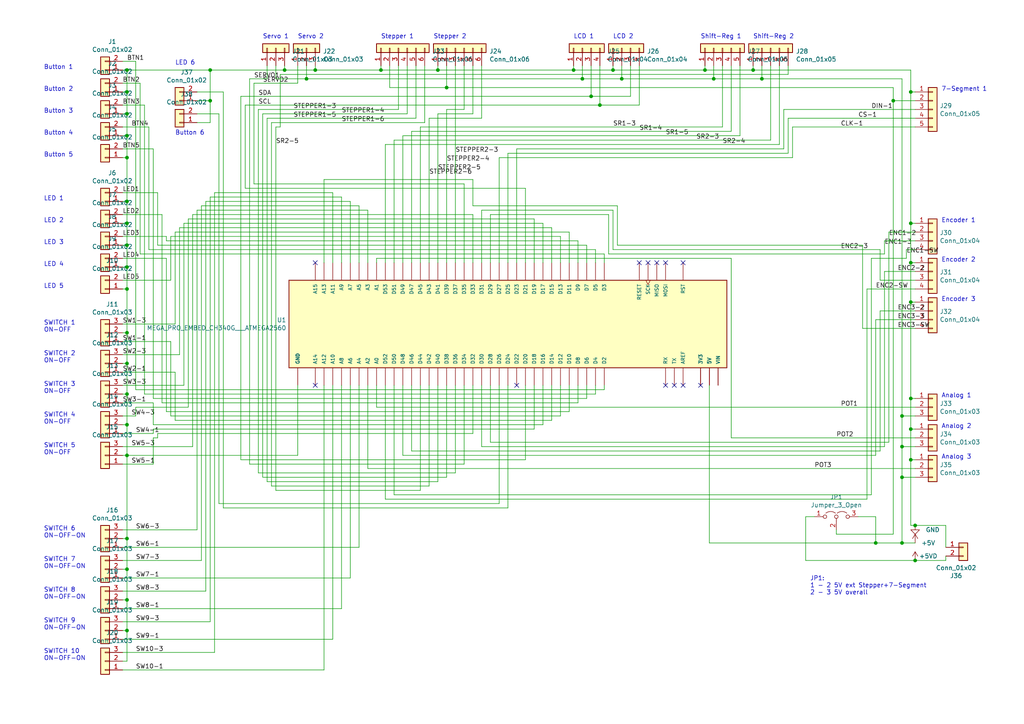
<source format=kicad_sch>
(kicad_sch (version 20211123) (generator eeschema)
  (paper "A4")
  (title_block (title "Cube-System MobiFlight") (date "06.05.2022") (rev "1.3") (comment 1 "S.H."))
  (lib_symbols
    (symbol "Connector_Generic:Conn_01x02" (pin_names (offset 1.016) hide)
      (property "Reference" "J" (at 0 2.54 0))
      (property "Value" "Conn_01x02" (at 0 -5.08 0))
      (symbol "Conn_01x02_1_1"
        (pin passive line (at -5.08 0 0) (length 3.81) (name "Pin_1") (number "1"))
        (pin passive line (at -5.08 -2.54 0) (length 3.81) (name "Pin_2") (number "2"))
      )
    )
    (symbol "Connector_Generic:Conn_01x03" (pin_names (offset 1.016) hide)
      (property "Reference" "J" (at 0 5.08 0))
      (property "Value" "Conn_01x03" (at 0 -5.08 0))
      (symbol "Conn_01x03_1_1"
        (pin passive line (at -5.08 2.54 0) (length 3.81) (name "Pin_1") (number "1"))
        (pin passive line (at -5.08 0 0) (length 3.81) (name "Pin_2") (number "2"))
        (pin passive line (at -5.08 -2.54 0) (length 3.81) (name "Pin_3") (number "3"))
      )
    )
    (symbol "Connector_Generic:Conn_01x04" (pin_names (offset 1.016) hide)
      (property "Reference" "J" (at 0 5.08 0))
      (property "Value" "Conn_01x04" (at 0 -7.62 0))
      (symbol "Conn_01x04_1_1"
        (pin passive line (at -5.08 2.54 0) (length 3.81) (name "Pin_1") (number "1"))
        (pin passive line (at -5.08 0 0) (length 3.81) (name "Pin_2") (number "2"))
        (pin passive line (at -5.08 -2.54 0) (length 3.81) (name "Pin_3") (number "3"))
        (pin passive line (at -5.08 -5.08 0) (length 3.81) (name "Pin_4") (number "4"))
      )
    )
    (symbol "Connector_Generic:Conn_01x05" (pin_names (offset 1.016) hide)
      (property "Reference" "J" (at 0 7.62 0))
      (property "Value" "Conn_01x05" (at 0 -7.62 0))
      (symbol "Conn_01x05_1_1"
        (pin passive line (at -5.08 5.08 0) (length 3.81) (name "Pin_1") (number "1"))
        (pin passive line (at -5.08 2.54 0) (length 3.81) (name "Pin_2") (number "2"))
        (pin passive line (at -5.08 0 0) (length 3.81) (name "Pin_3") (number "3"))
        (pin passive line (at -5.08 -2.54 0) (length 3.81) (name "Pin_4") (number "4"))
        (pin passive line (at -5.08 -5.08 0) (length 3.81) (name "Pin_5") (number "5"))
      )
    )
    (symbol "Connector_Generic:Conn_01x06" (pin_names (offset 1.016) hide)
      (property "Reference" "J" (at 0 7.62 0))
      (property "Value" "Conn_01x06" (at 0 -10.16 0))
      (symbol "Conn_01x06_1_1"
        (pin passive line (at -5.08 5.08 0) (length 3.81) (name "Pin_1") (number "1"))
        (pin passive line (at -5.08 2.54 0) (length 3.81) (name "Pin_2") (number "2"))
        (pin passive line (at -5.08 0 0) (length 3.81) (name "Pin_3") (number "3"))
        (pin passive line (at -5.08 -2.54 0) (length 3.81) (name "Pin_4") (number "4"))
        (pin passive line (at -5.08 -5.08 0) (length 3.81) (name "Pin_5") (number "5"))
        (pin passive line (at -5.08 -7.62 0) (length 3.81) (name "Pin_6") (number "6"))
      )
    )
    (symbol "Jumper:Jumper_3_Open" (pin_names (offset 0) hide)
      (property "Reference" "JP" (at -2.54 -2.54 0))
      (property "Value" "Jumper_3_Open" (at 0 2.794 0))
      (symbol "Jumper_3_Open_1_1"
        (pin passive line (at -6.35 0 0) (length 2.54) (name "A") (number "1"))
        (pin input line (at 0 -3.81 90) (length 2.54) (name "C") (number "2"))
        (pin passive line (at 6.35 0 180) (length 2.54) (name "B") (number "3"))
      )
    )
    (symbol "MEGA_PRO_EMBED_CH340G___ATMEGA2560:MEGA_PRO_EMBED_CH340G___ATMEGA2560" (pin_numbers hide) (pin_names (offset 1.016))
      (property "Reference" "U" (at -12.7 63.5 0))
      (property "Value" "MEGA_PRO_EMBED_CH340G___ATMEGA2560_MEGA_PRO_EMBED_CH340G___ATMEGA2560" (at -12.7 -66.04 0))
      (symbol "MEGA_PRO_EMBED_CH340G___ATMEGA2560_0_0"
        (pin power_in line (at 17.78 55.88 180) (length 5.08) (name "3V3") (number "3V3_1"))
        (pin power_in line (at 17.78 55.88 180) (length 5.08) (name "3V3") (number "3V3_2"))
        (pin power_in line (at 17.78 58.42 180) (length 5.08) (name "5V") (number "5V_1"))
        (pin power_in line (at 17.78 58.42 180) (length 5.08) (name "5V") (number "5V_2"))
        (pin power_in line (at 17.78 58.42 180) (length 5.08) (name "5V") (number "5V_3"))
        (pin bidirectional line (at 17.78 -38.1 180) (length 5.08) (name "A0") (number "A0"))
        (pin bidirectional line (at -17.78 -38.1 0) (length 5.08) (name "A1") (number "A1"))
        (pin bidirectional line (at 17.78 -50.8 180) (length 5.08) (name "A10") (number "A10"))
        (pin bidirectional line (at -17.78 -50.8 0) (length 5.08) (name "A11") (number "A11"))
        (pin bidirectional line (at 17.78 -53.34 180) (length 5.08) (name "A12") (number "A12"))
        (pin bidirectional line (at -17.78 -53.34 0) (length 5.08) (name "A13") (number "A13"))
        (pin bidirectional line (at 17.78 -55.88 180) (length 5.08) (name "A14") (number "A14"))
        (pin bidirectional line (at -17.78 -55.88 0) (length 5.08) (name "A15") (number "A15"))
        (pin bidirectional line (at 17.78 -40.64 180) (length 5.08) (name "A2") (number "A2"))
        (pin bidirectional line (at -17.78 -40.64 0) (length 5.08) (name "A3") (number "A3"))
        (pin bidirectional line (at 17.78 -43.18 180) (length 5.08) (name "A4") (number "A4"))
        (pin bidirectional line (at -17.78 -43.18 0) (length 5.08) (name "A5") (number "A5"))
        (pin bidirectional line (at 17.78 -45.72 180) (length 5.08) (name "A6") (number "A6"))
        (pin bidirectional line (at -17.78 -45.72 0) (length 5.08) (name "A7") (number "A7"))
        (pin bidirectional line (at 17.78 -48.26 180) (length 5.08) (name "A8") (number "A8"))
        (pin bidirectional line (at -17.78 -48.26 0) (length 5.08) (name "A9") (number "A9"))
        (pin bidirectional line (at 17.78 50.8 180) (length 5.08) (name "AREF") (number "AREF"))
        (pin bidirectional line (at 17.78 17.78 180) (length 5.08) (name "D10") (number "D10"))
        (pin bidirectional line (at -17.78 17.78 0) (length 5.08) (name "D11") (number "D11"))
        (pin bidirectional line (at 17.78 15.24 180) (length 5.08) (name "D12") (number "D12"))
        (pin bidirectional line (at -17.78 15.24 0) (length 5.08) (name "D13") (number "D13"))
        (pin bidirectional line (at 17.78 12.7 180) (length 5.08) (name "D14") (number "D14"))
        (pin bidirectional line (at -17.78 12.7 0) (length 5.08) (name "D15") (number "D15"))
        (pin bidirectional line (at 17.78 10.16 180) (length 5.08) (name "D16") (number "D16"))
        (pin bidirectional line (at -17.78 10.16 0) (length 5.08) (name "D17") (number "D17"))
        (pin bidirectional line (at 17.78 7.62 180) (length 5.08) (name "D18") (number "D18"))
        (pin bidirectional line (at -17.78 7.62 0) (length 5.08) (name "D19") (number "D19"))
        (pin bidirectional line (at 17.78 27.94 180) (length 5.08) (name "D2") (number "D2"))
        (pin bidirectional line (at 17.78 5.08 180) (length 5.08) (name "D20") (number "D20"))
        (pin bidirectional line (at -17.78 5.08 0) (length 5.08) (name "D21") (number "D21"))
        (pin bidirectional line (at 17.78 2.54 180) (length 5.08) (name "D22") (number "D22"))
        (pin bidirectional line (at -17.78 2.54 0) (length 5.08) (name "D23") (number "D23"))
        (pin bidirectional line (at 17.78 0 180) (length 5.08) (name "D24") (number "D24"))
        (pin bidirectional line (at -17.78 0 0) (length 5.08) (name "D25") (number "D25"))
        (pin bidirectional line (at 17.78 -2.54 180) (length 5.08) (name "D26") (number "D26"))
        (pin bidirectional line (at -17.78 -2.54 0) (length 5.08) (name "D27") (number "D27"))
        (pin bidirectional line (at 17.78 -5.08 180) (length 5.08) (name "D28") (number "D28"))
        (pin bidirectional line (at -17.78 -5.08 0) (length 5.08) (name "D29") (number "D29"))
        (pin bidirectional line (at -17.78 27.94 0) (length 5.08) (name "D3") (number "D3"))
        (pin bidirectional line (at 17.78 -7.62 180) (length 5.08) (name "D30") (number "D30"))
        (pin bidirectional line (at -17.78 -7.62 0) (length 5.08) (name "D31") (number "D31"))
        (pin bidirectional line (at 17.78 -10.16 180) (length 5.08) (name "D32") (number "D32"))
        (pin bidirectional line (at -17.78 -10.16 0) (length 5.08) (name "D33") (number "D33"))
        (pin bidirectional line (at 17.78 -12.7 180) (length 5.08) (name "D34") (number "D34"))
        (pin bidirectional line (at -17.78 -12.7 0) (length 5.08) (name "D35") (number "D35"))
        (pin bidirectional line (at 17.78 -15.24 180) (length 5.08) (name "D36") (number "D36"))
        (pin bidirectional line (at -17.78 -15.24 0) (length 5.08) (name "D37") (number "D37"))
        (pin bidirectional line (at 17.78 -17.78 180) (length 5.08) (name "D38") (number "D38"))
        (pin bidirectional line (at -17.78 -17.78 0) (length 5.08) (name "D39") (number "D39"))
        (pin bidirectional line (at 17.78 25.4 180) (length 5.08) (name "D4") (number "D4"))
        (pin bidirectional line (at 17.78 -20.32 180) (length 5.08) (name "D40") (number "D40"))
        (pin bidirectional line (at -17.78 -20.32 0) (length 5.08) (name "D41") (number "D41"))
        (pin bidirectional line (at 17.78 -22.86 180) (length 5.08) (name "D42") (number "D42"))
        (pin bidirectional line (at -17.78 -22.86 0) (length 5.08) (name "D43") (number "D43"))
        (pin bidirectional line (at 17.78 -25.4 180) (length 5.08) (name "D44") (number "D44"))
        (pin bidirectional line (at -17.78 -25.4 0) (length 5.08) (name "D45") (number "D45"))
        (pin bidirectional line (at 17.78 -27.94 180) (length 5.08) (name "D46") (number "D46"))
        (pin bidirectional line (at -17.78 -27.94 0) (length 5.08) (name "D47") (number "D47"))
        (pin bidirectional line (at 17.78 -30.48 180) (length 5.08) (name "D48") (number "D48"))
        (pin bidirectional line (at -17.78 -30.48 0) (length 5.08) (name "D49") (number "D49"))
        (pin bidirectional line (at -17.78 25.4 0) (length 5.08) (name "D5") (number "D5"))
        (pin bidirectional line (at 17.78 -33.02 180) (length 5.08) (name "D50") (number "D50"))
        (pin bidirectional line (at -17.78 -33.02 0) (length 5.08) (name "D51") (number "D51"))
        (pin bidirectional line (at 17.78 -35.56 180) (length 5.08) (name "D52") (number "D52"))
        (pin bidirectional line (at -17.78 -35.56 0) (length 5.08) (name "D53") (number "D53"))
        (pin bidirectional line (at 17.78 22.86 180) (length 5.08) (name "D6") (number "D6"))
        (pin bidirectional line (at -17.78 22.86 0) (length 5.08) (name "D7") (number "D7"))
        (pin bidirectional line (at 17.78 20.32 180) (length 5.08) (name "D8") (number "D8"))
        (pin bidirectional line (at -17.78 20.32 0) (length 5.08) (name "D9") (number "D9"))
        (pin power_in line (at 17.78 -60.96 180) (length 5.08) (name "GND") (number "GND_1"))
        (pin power_in line (at 17.78 -60.96 180) (length 5.08) (name "GND") (number "GND_2"))
        (pin power_in line (at 17.78 -60.96 180) (length 5.08) (name "GND") (number "GND_3"))
        (pin bidirectional line (at -17.78 43.18 0) (length 5.08) (name "MISO") (number "MISO"))
        (pin bidirectional line (at -17.78 45.72 0) (length 5.08) (name "MOSI") (number "MOSI"))
        (pin input line (at -17.78 38.1 0) (length 5.08) (name "RESET") (number "RESET"))
        (pin input line (at -17.78 50.8 0) (length 5.08) (name "RST") (number "RST"))
        (pin input line (at 17.78 45.72 180) (length 5.08) (name "RX") (number "RX"))
        (pin bidirectional clock (at -17.78 40.64 0) (length 5.08) (name "SCK") (number "SCK"))
        (pin output line (at 17.78 48.26 180) (length 5.08) (name "TX") (number "TX"))
        (pin output line (at 17.78 60.96 180) (length 5.08) (name "VIN") (number "VIN_1"))
        (pin output line (at 17.78 60.96 180) (length 5.08) (name "VIN") (number "VIN_2"))
      )
    )
    (symbol "power:+5V" (power) (pin_names (offset 0))
      (property "Value" "+5V" (at 0 3.556 0))
      (symbol "+5V_1_1"
        (pin power_in line (at 0 0 90) (length 0) hide (name "+5V") (number "1"))
      )
    )
    (symbol "power:+5VD" (power) (pin_names (offset 0))
      (property "Value" "+5VD" (at 0 3.556 0))
      (symbol "+5VD_1_1"
        (pin power_in line (at 0 0 90) (length 0) hide (name "+5VD") (number "1"))
      )
    )
    (symbol "power:GND" (power) (pin_names (offset 0))
      (property "Value" "GND" (at 0 -3.81 0))
      (symbol "GND_1_1"
        (pin power_in line (at 0 0 270) (length 0) hide (name "GND") (number "1"))
      )
    )
  )
  (junction (at 36.83 71.12))
  (junction (at 264.16 26.67))
  (junction (at 36.83 39.37))
  (junction (at 166.37 20.32))
  (junction (at 204.47 20.32))
  (junction (at 82.55 20.32))
  (junction (at 60.96 20.32))
  (junction (at 173.99 30.48))
  (junction (at 36.83 156.21))
  (junction (at 110.49 20.32))
  (junction (at 36.83 83.82))
  (junction (at 265.43 162.56))
  (junction (at 264.16 124.46))
  (junction (at 36.83 132.08))
  (junction (at 177.8 20.32))
  (junction (at 129.54 25.4))
  (junction (at 261.62 120.65))
  (junction (at 207.01 22.86))
  (junction (at 218.44 20.32))
  (junction (at 264.16 64.77))
  (junction (at 264.16 76.2))
  (junction (at 91.44 20.32))
  (junction (at 168.91 22.86))
  (junction (at 261.62 129.54))
  (junction (at 36.83 182.88))
  (junction (at 127 20.32))
  (junction (at 171.45 27.94))
  (junction (at 36.83 45.72))
  (junction (at 36.83 64.77))
  (junction (at 36.83 165.1))
  (junction (at 264.16 87.63))
  (junction (at 36.83 20.32))
  (junction (at 36.83 58.42))
  (junction (at 88.9 22.86))
  (junction (at 259.08 29.21))
  (junction (at 36.83 123.19))
  (junction (at 36.83 96.52))
  (junction (at 60.96 29.21))
  (junction (at 36.83 33.02))
  (junction (at 220.98 22.86))
  (junction (at 36.83 26.67))
  (junction (at 261.62 138.43))
  (junction (at 36.83 105.41))
  (junction (at 36.83 77.47))
  (junction (at 36.83 114.3))
  (junction (at 36.83 173.99))
  (junction (at 180.34 22.86))
  (junction (at 264.16 115.57))
  (junction (at 261.62 157.48))
  (junction (at 265.43 152.4))
  (junction (at 254 157.48))
  (junction (at 264.16 133.35))
  (no_connect (at 198.12 76.2))
  (no_connect (at 203.2 111.76))
  (no_connect (at 193.04 111.76))
  (no_connect (at 190.5 76.2))
  (no_connect (at 187.96 76.2))
  (no_connect (at 195.58 111.76))
  (no_connect (at 91.44 76.2))
  (no_connect (at 198.12 111.76))
  (no_connect (at 149.86 111.76))
  (no_connect (at 91.44 111.76))
  (no_connect (at 185.42 76.2))
  (no_connect (at 193.04 76.2))
  (wire (pts (xy 256.54 69.85) (xy 256.54 73.66)))
  (wire (pts (xy 165.1 119.38) (xy 165.1 111.76)))
  (wire (pts (xy 41.91 30.48) (xy 41.91 114.3)))
  (wire (pts (xy 48.26 119.38) (xy 165.1 119.38)))
  (wire (pts (xy 106.68 60.96) (xy 106.68 76.2)))
  (wire (pts (xy 257.81 128.27) (xy 142.24 128.27)))
  (wire (pts (xy 48.26 68.58) (xy 48.26 69.85)))
  (wire (pts (xy 36.83 77.47) (xy 36.83 83.82)))
  (wire (pts (xy 171.45 19.05) (xy 171.45 27.94)))
  (wire (pts (xy 207.01 22.86) (xy 207.01 19.05)))
  (wire (pts (xy 55.88 129.54) (xy 35.56 129.54)))
  (wire (pts (xy 60.96 35.56) (xy 57.15 35.56)))
  (wire (pts (xy 116.84 39.37) (xy 116.84 76.2)))
  (wire (pts (xy 162.56 68.58) (xy 162.56 76.2)))
  (wire (pts (xy 264.16 133.35) (xy 264.16 152.4)))
  (wire (pts (xy 36.83 123.19) (xy 36.83 132.08)))
  (wire (pts (xy 255.27 90.17) (xy 255.27 130.81)))
  (wire (pts (xy 71.12 30.48) (xy 173.99 30.48)))
  (wire (pts (xy 35.56 123.19) (xy 36.83 123.19)))
  (wire (pts (xy 264.16 20.32) (xy 264.16 26.67)))
  (wire (pts (xy 265.43 78.74) (xy 256.54 78.74)))
  (wire (pts (xy 120.65 19.05) (xy 120.65 34.29)))
  (wire (pts (xy 36.83 26.67) (xy 35.56 26.67)))
  (wire (pts (xy 265.43 124.46) (xy 264.16 124.46)))
  (wire (pts (xy 205.74 157.48) (xy 254 157.48)))
  (wire (pts (xy 55.88 62.23) (xy 137.16 62.23)))
  (wire (pts (xy 160.02 121.92) (xy 160.02 111.76)))
  (wire (pts (xy 255.27 130.81) (xy 119.38 130.81)))
  (wire (pts (xy 255.27 72.39) (xy 177.8 72.39)))
  (wire (pts (xy 167.64 116.84) (xy 46.99 116.84)))
  (wire (pts (xy 40.64 73.66) (xy 40.64 24.13)))
  (wire (pts (xy 44.45 124.46) (xy 154.94 124.46)))
  (wire (pts (xy 144.78 146.05) (xy 144.78 111.76)))
  (wire (pts (xy 36.83 83.82) (xy 36.83 96.52)))
  (wire (pts (xy 152.4 54.61) (xy 71.12 54.61)))
  (wire (pts (xy 185.42 30.48) (xy 185.42 19.05)))
  (wire (pts (xy 59.69 171.45) (xy 59.69 58.42)))
  (wire (pts (xy 229.87 36.83) (xy 229.87 45.72)))
  (wire (pts (xy 250.19 71.12) (xy 179.07 71.12)))
  (wire (pts (xy 45.72 127) (xy 45.72 125.73)))
  (wire (pts (xy 264.16 115.57) (xy 264.16 124.46)))
  (wire (pts (xy 142.24 128.27) (xy 142.24 111.76)))
  (wire (pts (xy 86.36 132.08) (xy 36.83 132.08)))
  (wire (pts (xy 265.43 129.54) (xy 261.62 129.54)))
  (wire (pts (xy 139.7 19.05) (xy 139.7 34.29)))
  (wire (pts (xy 175.26 73.66) (xy 40.64 73.66)))
  (wire (pts (xy 69.85 27.94) (xy 171.45 27.94)))
  (wire (pts (xy 35.56 180.34) (xy 60.96 180.34)))
  (wire (pts (xy 36.83 182.88) (xy 36.83 191.77)))
  (wire (pts (xy 274.32 162.56) (xy 265.43 162.56)))
  (wire (pts (xy 264.16 76.2) (xy 265.43 76.2)))
  (wire (pts (xy 48.26 74.93) (xy 48.26 119.38)))
  (wire (pts (xy 35.56 158.75) (xy 104.14 158.75)))
  (wire (pts (xy 35.56 134.62) (xy 44.45 134.62)))
  (wire (pts (xy 88.9 22.86) (xy 80.01 22.86)))
  (wire (pts (xy 82.55 20.32) (xy 82.55 19.05)))
  (wire (pts (xy 109.22 118.11) (xy 109.22 111.76)))
  (wire (pts (xy 142.24 62.23) (xy 142.24 76.2)))
  (wire (pts (xy 36.83 165.1) (xy 35.56 165.1)))
  (wire (pts (xy 168.91 22.86) (xy 168.91 19.05)))
  (wire (pts (xy 265.43 67.31) (xy 257.81 67.31)))
  (wire (pts (xy 45.72 71.12) (xy 170.18 71.12)))
  (wire (pts (xy 35.56 114.3) (xy 36.83 114.3)))
  (wire (pts (xy 119.38 38.1) (xy 212.09 38.1)))
  (wire (pts (xy 254 132.08) (xy 116.84 132.08)))
  (wire (pts (xy 218.44 20.32) (xy 218.44 19.05)))
  (wire (pts (xy 121.92 142.24) (xy 121.92 111.76)))
  (wire (pts (xy 81.28 21.59) (xy 228.6 21.59)))
  (wire (pts (xy 96.52 185.42) (xy 96.52 111.76)))
  (wire (pts (xy 60.96 20.32) (xy 60.96 29.21)))
  (wire (pts (xy 78.74 140.97) (xy 124.46 140.97)))
  (wire (pts (xy 36.83 96.52) (xy 36.83 105.41)))
  (wire (pts (xy 111.76 41.91) (xy 111.76 76.2)))
  (wire (pts (xy 72.39 134.62) (xy 134.62 134.62)))
  (wire (pts (xy 129.54 19.05) (xy 129.54 25.4)))
  (wire (pts (xy 36.83 39.37) (xy 35.56 39.37)))
  (wire (pts (xy 177.8 60.96) (xy 139.7 60.96)))
  (wire (pts (xy 214.63 39.37) (xy 116.84 39.37)))
  (wire (pts (xy 172.72 114.3) (xy 172.72 111.76)))
  (wire (pts (xy 40.64 24.13) (xy 35.56 24.13)))
  (wire (pts (xy 106.68 135.89) (xy 106.68 111.76)))
  (wire (pts (xy 229.87 36.83) (xy 265.43 36.83)))
  (wire (pts (xy 62.23 189.23) (xy 62.23 55.88)))
  (wire (pts (xy 134.62 134.62) (xy 134.62 111.76)))
  (wire (pts (xy 265.43 81.28) (xy 255.27 81.28)))
  (wire (pts (xy 78.74 35.56) (xy 78.74 140.97)))
  (wire (pts (xy 44.45 116.84) (xy 44.45 123.19)))
  (wire (pts (xy 80.01 36.83) (xy 80.01 142.24)))
  (wire (pts (xy 36.83 156.21) (xy 35.56 156.21)))
  (wire (pts (xy 35.56 68.58) (xy 48.26 68.58)))
  (wire (pts (xy 76.2 138.43) (xy 129.54 138.43)))
  (wire (pts (xy 64.77 26.67) (xy 64.77 147.32)))
  (wire (pts (xy 81.28 36.83) (xy 80.01 36.83)))
  (wire (pts (xy 137.16 111.76) (xy 137.16 125.73)))
  (wire (pts (xy 82.55 20.32) (xy 60.96 20.32)))
  (wire (pts (xy 44.45 134.62) (xy 44.45 127)))
  (wire (pts (xy 35.56 77.47) (xy 36.83 77.47)))
  (wire (pts (xy 50.8 93.98) (xy 35.56 93.98)))
  (wire (pts (xy 50.8 107.95) (xy 50.8 121.92)))
  (wire (pts (xy 63.5 33.02) (xy 63.5 146.05)))
  (wire (pts (xy 60.96 29.21) (xy 60.96 35.56)))
  (wire (pts (xy 49.53 81.28) (xy 35.56 81.28)))
  (wire (pts (xy 121.92 36.83) (xy 121.92 76.2)))
  (wire (pts (xy 115.57 19.05) (xy 115.57 31.75)))
  (wire (pts (xy 50.8 67.31) (xy 50.8 93.98)))
  (wire (pts (xy 35.56 125.73) (xy 44.45 125.73)))
  (wire (pts (xy 35.56 171.45) (xy 59.69 171.45)))
  (wire (pts (xy 220.98 22.86) (xy 207.01 22.86)))
  (wire (pts (xy 72.39 22.86) (xy 72.39 134.62)))
  (wire (pts (xy 175.26 76.2) (xy 175.26 73.66)))
  (wire (pts (xy 227.33 43.18) (xy 149.86 43.18)))
  (wire (pts (xy 228.6 44.45) (xy 147.32 44.45)))
  (wire (pts (xy 242.57 154.94) (xy 259.08 154.94)))
  (wire (pts (xy 265.43 118.11) (xy 109.22 118.11)))
  (wire (pts (xy 152.4 76.2) (xy 152.4 54.61)))
  (wire (pts (xy 218.44 20.32) (xy 264.16 20.32)))
  (wire (pts (xy 114.3 40.64) (xy 114.3 76.2)))
  (wire (pts (xy 35.56 64.77) (xy 36.83 64.77)))
  (wire (pts (xy 264.16 64.77) (xy 265.43 64.77)))
  (wire (pts (xy 58.42 59.69) (xy 104.14 59.69)))
  (wire (pts (xy 264.16 152.4) (xy 265.43 152.4)))
  (wire (pts (xy 111.76 144.78) (xy 111.76 111.76)))
  (wire (pts (xy 226.06 41.91) (xy 111.76 41.91)))
  (wire (pts (xy 36.83 33.02) (xy 36.83 39.37)))
  (wire (pts (xy 139.7 34.29) (xy 124.46 34.29)))
  (wire (pts (xy 36.83 156.21) (xy 36.83 165.1)))
  (wire (pts (xy 256.54 73.66) (xy 176.53 73.66)))
  (wire (pts (xy 73.66 24.13) (xy 86.36 24.13)))
  (wire (pts (xy 173.99 30.48) (xy 185.42 30.48)))
  (wire (pts (xy 127 20.32) (xy 166.37 20.32)))
  (wire (pts (xy 104.14 59.69) (xy 104.14 76.2)))
  (wire (pts (xy 35.56 99.06) (xy 49.53 99.06)))
  (wire (pts (xy 43.18 72.39) (xy 43.18 36.83)))
  (wire (pts (xy 265.43 92.71) (xy 254 92.71)))
  (wire (pts (xy 252.73 74.93) (xy 252.73 143.51)))
  (wire (pts (xy 228.6 34.29) (xy 265.43 34.29)))
  (wire (pts (xy 250.19 95.25) (xy 250.19 71.12)))
  (wire (pts (xy 220.98 22.86) (xy 261.62 22.86)))
  (wire (pts (xy 255.27 81.28) (xy 255.27 72.39)))
  (wire (pts (xy 204.47 20.32) (xy 204.47 19.05)))
  (wire (pts (xy 256.54 78.74) (xy 256.54 129.54)))
  (wire (pts (xy 96.52 55.88) (xy 96.52 76.2)))
  (wire (pts (xy 36.83 33.02) (xy 35.56 33.02)))
  (wire (pts (xy 265.43 83.82) (xy 251.46 83.82)))
  (wire (pts (xy 35.56 43.18) (xy 44.45 43.18)))
  (wire (pts (xy 220.98 22.86) (xy 220.98 19.05)))
  (wire (pts (xy 137.16 59.69) (xy 137.16 52.07)))
  (wire (pts (xy 265.43 120.65) (xy 261.62 120.65)))
  (wire (pts (xy 154.94 76.2) (xy 154.94 63.5)))
  (wire (pts (xy 180.34 19.05) (xy 180.34 22.86)))
  (wire (pts (xy 177.8 20.32) (xy 204.47 20.32)))
  (wire (pts (xy 212.09 74.93) (xy 109.22 74.93)))
  (wire (pts (xy 36.83 165.1) (xy 36.83 173.99)))
  (wire (pts (xy 209.55 36.83) (xy 121.92 36.83)))
  (wire (pts (xy 41.91 114.3) (xy 172.72 114.3)))
  (wire (pts (xy 127 19.05) (xy 127 20.32)))
  (wire (pts (xy 118.11 19.05) (xy 118.11 33.02)))
  (wire (pts (xy 264.16 26.67) (xy 264.16 64.77)))
  (wire (pts (xy 167.64 111.76) (xy 167.64 116.84)))
  (wire (pts (xy 91.44 20.32) (xy 91.44 19.05)))
  (wire (pts (xy 57.15 60.96) (xy 106.68 60.96)))
  (wire (pts (xy 212.09 19.05) (xy 212.09 38.1)))
  (wire (pts (xy 205.74 111.76) (xy 205.74 157.48)))
  (wire (pts (xy 274.32 161.29) (xy 274.32 162.56)))
  (wire (pts (xy 176.53 73.66) (xy 176.53 62.23)))
  (wire (pts (xy 46.99 116.84) (xy 46.99 62.23)))
  (wire (pts (xy 152.4 133.35) (xy 69.85 133.35)))
  (wire (pts (xy 265.43 138.43) (xy 261.62 138.43)))
  (wire (pts (xy 60.96 180.34) (xy 60.96 57.15)))
  (wire (pts (xy 35.56 162.56) (xy 58.42 162.56)))
  (wire (pts (xy 228.6 34.29) (xy 228.6 44.45)))
  (wire (pts (xy 36.83 71.12) (xy 36.83 77.47)))
  (wire (pts (xy 265.43 115.57) (xy 264.16 115.57)))
  (wire (pts (xy 254 149.86) (xy 254 157.48)))
  (wire (pts (xy 254 157.48) (xy 261.62 157.48)))
  (wire (pts (xy 63.5 146.05) (xy 144.78 146.05)))
  (wire (pts (xy 251.46 83.82) (xy 251.46 144.78)))
  (wire (pts (xy 119.38 130.81) (xy 119.38 111.76)))
  (wire (pts (xy 101.6 167.64) (xy 101.6 111.76)))
  (wire (pts (xy 233.68 149.86) (xy 236.22 149.86)))
  (wire (pts (xy 36.83 173.99) (xy 35.56 173.99)))
  (wire (pts (xy 101.6 58.42) (xy 101.6 76.2)))
  (wire (pts (xy 36.83 20.32) (xy 36.83 26.67)))
  (wire (pts (xy 35.56 153.67) (xy 57.15 153.67)))
  (wire (pts (xy 167.64 76.2) (xy 167.64 69.85)))
  (wire (pts (xy 36.83 45.72) (xy 36.83 58.42)))
  (wire (pts (xy 166.37 20.32) (xy 177.8 20.32)))
  (wire (pts (xy 115.57 31.75) (xy 74.93 31.75)))
  (wire (pts (xy 179.07 59.69) (xy 137.16 59.69)))
  (wire (pts (xy 111.76 144.78) (xy 251.46 144.78)))
  (wire (pts (xy 137.16 33.02) (xy 127 33.02)))
  (wire (pts (xy 176.53 62.23) (xy 142.24 62.23)))
  (wire (pts (xy 35.56 83.82) (xy 36.83 83.82)))
  (wire (pts (xy 264.16 124.46) (xy 264.16 133.35)))
  (wire (pts (xy 99.06 176.53) (xy 99.06 111.76)))
  (wire (pts (xy 127 111.76) (xy 127 139.7)))
  (wire (pts (xy 74.93 31.75) (xy 74.93 137.16)))
  (wire (pts (xy 242.57 153.67) (xy 242.57 154.94)))
  (wire (pts (xy 175.26 113.03) (xy 175.26 111.76)))
  (wire (pts (xy 46.99 62.23) (xy 35.56 62.23)))
  (wire (pts (xy 157.48 64.77) (xy 53.34 64.77)))
  (wire (pts (xy 39.37 113.03) (xy 175.26 113.03)))
  (wire (pts (xy 44.45 123.19) (xy 157.48 123.19)))
  (wire (pts (xy 162.56 120.65) (xy 162.56 111.76)))
  (wire (pts (xy 36.83 173.99) (xy 36.83 182.88)))
  (wire (pts (xy 227.33 31.75) (xy 227.33 43.18)))
  (wire (pts (xy 77.47 22.86) (xy 72.39 22.86)))
  (wire (pts (xy 62.23 55.88) (xy 96.52 55.88)))
  (wire (pts (xy 74.93 137.16) (xy 132.08 137.16)))
  (wire (pts (xy 35.56 71.12) (xy 36.83 71.12)))
  (wire (pts (xy 124.46 111.76) (xy 124.46 140.97)))
  (wire (pts (xy 257.81 67.31) (xy 257.81 128.27)))
  (wire (pts (xy 99.06 57.15) (xy 99.06 76.2)))
  (wire (pts (xy 80.01 142.24) (xy 121.92 142.24)))
  (wire (pts (xy 182.88 27.94) (xy 182.88 19.05)))
  (wire (pts (xy 154.94 63.5) (xy 54.61 63.5)))
  (wire (pts (xy 77.47 19.05) (xy 77.47 22.86)))
  (wire (pts (xy 52.07 102.87) (xy 35.56 102.87)))
  (wire (pts (xy 69.85 133.35) (xy 69.85 27.94)))
  (wire (pts (xy 160.02 76.2) (xy 160.02 66.04)))
  (wire (pts (xy 261.62 22.86) (xy 261.62 120.65)))
  (wire (pts (xy 124.46 34.29) (xy 124.46 76.2)))
  (wire (pts (xy 132.08 19.05) (xy 132.08 76.2)))
  (wire (pts (xy 53.34 111.76) (xy 35.56 111.76)))
  (wire (pts (xy 36.83 39.37) (xy 36.83 45.72)))
  (wire (pts (xy 212.09 127) (xy 265.43 127)))
  (wire (pts (xy 45.72 55.88) (xy 45.72 71.12)))
  (wire (pts (xy 50.8 67.31) (xy 165.1 67.31)))
  (wire (pts (xy 60.96 20.32) (xy 36.83 20.32)))
  (wire (pts (xy 134.62 76.2) (xy 134.62 53.34)))
  (wire (pts (xy 265.43 95.25) (xy 250.19 95.25)))
  (wire (pts (xy 262.89 72.39) (xy 262.89 74.93)))
  (wire (pts (xy 35.56 116.84) (xy 44.45 116.84)))
  (wire (pts (xy 80.01 22.86) (xy 80.01 19.05)))
  (wire (pts (xy 264.16 76.2) (xy 264.16 87.63)))
  (wire (pts (xy 177.8 20.32) (xy 177.8 19.05)))
  (wire (pts (xy 173.99 19.05) (xy 173.99 30.48)))
  (wire (pts (xy 59.69 58.42) (xy 101.6 58.42)))
  (wire (pts (xy 36.83 64.77) (xy 36.83 71.12)))
  (wire (pts (xy 144.78 45.72) (xy 229.87 45.72)))
  (wire (pts (xy 36.83 132.08) (xy 36.83 156.21)))
  (wire (pts (xy 265.43 90.17) (xy 255.27 90.17)))
  (wire (pts (xy 35.56 20.32) (xy 36.83 20.32)))
  (wire (pts (xy 129.54 138.43) (xy 129.54 111.76)))
  (wire (pts (xy 179.07 71.12) (xy 179.07 59.69)))
  (wire (pts (xy 36.83 182.88) (xy 35.56 182.88)))
  (wire (pts (xy 49.53 120.65) (xy 162.56 120.65)))
  (wire (pts (xy 60.96 57.15) (xy 99.06 57.15)))
  (wire (pts (xy 39.37 120.65) (xy 35.56 120.65)))
  (wire (pts (xy 265.43 69.85) (xy 256.54 69.85)))
  (wire (pts (xy 170.18 115.57) (xy 170.18 111.76)))
  (wire (pts (xy 160.02 66.04) (xy 52.07 66.04)))
  (wire (pts (xy 55.88 62.23) (xy 55.88 129.54)))
  (wire (pts (xy 35.56 107.95) (xy 50.8 107.95)))
  (wire (pts (xy 93.98 194.31) (xy 93.98 111.76)))
  (wire (pts (xy 261.62 129.54) (xy 261.62 138.43)))
  (wire (pts (xy 118.11 33.02) (xy 76.2 33.02)))
  (wire (pts (xy 49.53 68.58) (xy 49.53 81.28)))
  (wire (pts (xy 114.3 143.51) (xy 114.3 111.76)))
  (wire (pts (xy 168.91 22.86) (xy 180.34 22.86)))
  (wire (pts (xy 44.45 115.57) (xy 170.18 115.57)))
  (wire (pts (xy 88.9 22.86) (xy 88.9 19.05)))
  (wire (pts (xy 252.73 143.51) (xy 114.3 143.51)))
  (wire (pts (xy 265.43 26.67) (xy 264.16 26.67)))
  (wire (pts (xy 139.7 60.96) (xy 139.7 76.2)))
  (wire (pts (xy 35.56 185.42) (xy 96.52 185.42)))
  (wire (pts (xy 129.54 25.4) (xy 113.03 25.4)))
  (wire (pts (xy 265.43 152.4) (xy 274.32 152.4)))
  (wire (pts (xy 35.56 74.93) (xy 48.26 74.93)))
  (wire (pts (xy 35.56 176.53) (xy 99.06 176.53)))
  (wire (pts (xy 223.52 40.64) (xy 114.3 40.64)))
  (wire (pts (xy 35.56 96.52) (xy 36.83 96.52)))
  (wire (pts (xy 147.32 147.32) (xy 147.32 111.76)))
  (wire (pts (xy 265.43 29.21) (xy 259.08 29.21)))
  (wire (pts (xy 120.65 34.29) (xy 77.47 34.29)))
  (wire (pts (xy 204.47 20.32) (xy 218.44 20.32)))
  (wire (pts (xy 172.72 76.2) (xy 172.72 72.39)))
  (wire (pts (xy 91.44 20.32) (xy 110.49 20.32)))
  (wire (pts (xy 82.55 20.32) (xy 91.44 20.32)))
  (wire (pts (xy 228.6 19.05) (xy 228.6 21.59)))
  (wire (pts (xy 39.37 118.11) (xy 39.37 120.65)))
  (wire (pts (xy 149.86 43.18) (xy 149.86 76.2)))
  (wire (pts (xy 209.55 19.05) (xy 209.55 36.83)))
  (wire (pts (xy 44.45 127) (xy 45.72 127)))
  (wire (pts (xy 36.83 26.67) (xy 36.83 33.02)))
  (wire (pts (xy 254 92.71) (xy 254 132.08)))
  (wire (pts (xy 265.43 31.75) (xy 227.33 31.75)))
  (wire (pts (xy 86.36 24.13) (xy 86.36 19.05)))
  (wire (pts (xy 39.37 17.78) (xy 39.37 113.03)))
  (wire (pts (xy 52.07 66.04) (xy 52.07 102.87)))
  (wire (pts (xy 223.52 19.05) (xy 223.52 40.64)))
  (wire (pts (xy 214.63 19.05) (xy 214.63 39.37)))
  (wire (pts (xy 264.16 64.77) (xy 264.16 76.2)))
  (wire (pts (xy 129.54 31.75) (xy 129.54 76.2)))
  (wire (pts (xy 57.15 33.02) (xy 63.5 33.02)))
  (wire (pts (xy 50.8 121.92) (xy 160.02 121.92)))
  (wire (pts (xy 76.2 33.02) (xy 76.2 138.43)))
  (wire (pts (xy 262.89 74.93) (xy 252.73 74.93)))
  (wire (pts (xy 233.68 162.56) (xy 233.68 149.86)))
  (wire (pts (xy 54.61 63.5) (xy 54.61 118.11)))
  (wire (pts (xy 35.56 189.23) (xy 62.23 189.23)))
  (wire (pts (xy 110.49 19.05) (xy 110.49 20.32)))
  (wire (pts (xy 139.7 129.54) (xy 139.7 111.76)))
  (wire (pts (xy 36.83 114.3) (xy 36.83 123.19)))
  (wire (pts (xy 93.98 52.07) (xy 93.98 76.2)))
  (wire (pts (xy 154.94 124.46) (xy 154.94 111.76)))
  (wire (pts (xy 248.92 149.86) (xy 254 149.86)))
  (wire (pts (xy 35.56 194.31) (xy 93.98 194.31)))
  (wire (pts (xy 265.43 135.89) (xy 106.68 135.89)))
  (wire (pts (xy 265.43 157.48) (xy 261.62 157.48)))
  (wire (pts (xy 123.19 19.05) (xy 123.19 35.56)))
  (wire (pts (xy 137.16 62.23) (xy 137.16 76.2)))
  (wire (pts (xy 134.62 19.05) (xy 134.62 31.75)))
  (wire (pts (xy 57.15 26.67) (xy 64.77 26.67)))
  (wire (pts (xy 35.56 105.41) (xy 36.83 105.41)))
  (wire (pts (xy 86.36 111.76) (xy 86.36 132.08)))
  (wire (pts (xy 35.56 17.78) (xy 39.37 17.78)))
  (wire (pts (xy 129.54 25.4) (xy 259.08 25.4)))
  (wire (pts (xy 44.45 43.18) (xy 44.45 115.57)))
  (wire (pts (xy 36.83 191.77) (xy 35.56 191.77)))
  (wire (pts (xy 265.43 72.39) (xy 262.89 72.39)))
  (wire (pts (xy 134.62 53.34) (xy 73.66 53.34)))
  (wire (pts (xy 171.45 27.94) (xy 182.88 27.94)))
  (wire (pts (xy 256.54 129.54) (xy 139.7 129.54)))
  (wire (pts (xy 57.15 29.21) (xy 60.96 29.21)))
  (wire (pts (xy 132.08 137.16) (xy 132.08 111.76)))
  (wire (pts (xy 36.83 58.42) (xy 36.83 64.77)))
  (wire (pts (xy 137.16 125.73) (xy 45.72 125.73)))
  (wire (pts (xy 259.08 29.21) (xy 259.08 154.94)))
  (wire (pts (xy 233.68 162.56) (xy 265.43 162.56)))
  (wire (pts (xy 264.16 87.63) (xy 265.43 87.63)))
  (wire (pts (xy 36.83 45.72) (xy 35.56 45.72)))
  (wire (pts (xy 147.32 44.45) (xy 147.32 76.2)))
  (wire (pts (xy 264.16 87.63) (xy 264.16 115.57)))
  (wire (pts (xy 152.4 111.76) (xy 152.4 133.35)))
  (wire (pts (xy 259.08 25.4) (xy 259.08 29.21)))
  (wire (pts (xy 261.62 120.65) (xy 261.62 129.54)))
  (wire (pts (xy 226.06 19.05) (xy 226.06 41.91)))
  (wire (pts (xy 168.91 22.86) (xy 88.9 22.86)))
  (wire (pts (xy 43.18 36.83) (xy 35.56 36.83)))
  (wire (pts (xy 127 33.02) (xy 127 76.2)))
  (wire (pts (xy 49.53 68.58) (xy 162.56 68.58)))
  (wire (pts (xy 36.83 58.42) (xy 35.56 58.42)))
  (wire (pts (xy 49.53 99.06) (xy 49.53 120.65)))
  (wire (pts (xy 73.66 24.13) (xy 73.66 53.34)))
  (wire (pts (xy 35.56 55.88) (xy 45.72 55.88)))
  (wire (pts (xy 44.45 125.73) (xy 44.45 124.46)))
  (wire (pts (xy 77.47 34.29) (xy 77.47 139.7)))
  (wire (pts (xy 64.77 147.32) (xy 147.32 147.32)))
  (wire (pts (xy 123.19 35.56) (xy 78.74 35.56)))
  (wire (pts (xy 110.49 20.32) (xy 127 20.32)))
  (wire (pts (xy 119.38 38.1) (xy 119.38 76.2)))
  (wire (pts (xy 36.83 105.41) (xy 36.83 114.3)))
  (wire (pts (xy 166.37 20.32) (xy 166.37 19.05)))
  (wire (pts (xy 58.42 162.56) (xy 58.42 59.69)))
  (wire (pts (xy 57.15 153.67) (xy 57.15 60.96)))
  (wire (pts (xy 265.43 133.35) (xy 264.16 133.35)))
  (wire (pts (xy 116.84 132.08) (xy 116.84 111.76)))
  (wire (pts (xy 157.48 123.19) (xy 157.48 111.76)))
  (wire (pts (xy 35.56 167.64) (xy 101.6 167.64)))
  (wire (pts (xy 167.64 69.85) (xy 48.26 69.85)))
  (wire (pts (xy 165.1 67.31) (xy 165.1 76.2)))
  (wire (pts (xy 177.8 72.39) (xy 177.8 60.96)))
  (wire (pts (xy 81.28 21.59) (xy 81.28 36.83)))
  (wire (pts (xy 109.22 74.93) (xy 109.22 76.2)))
  (wire (pts (xy 274.32 152.4) (xy 274.32 158.75)))
  (wire (pts (xy 77.47 139.7) (xy 127 139.7)))
  (wire (pts (xy 261.62 138.43) (xy 261.62 157.48)))
  (wire (pts (xy 212.09 127) (xy 212.09 74.93)))
  (wire (pts (xy 104.14 158.75) (xy 104.14 111.76)))
  (wire (pts (xy 71.12 54.61) (xy 71.12 30.48)))
  (wire (pts (xy 113.03 25.4) (xy 113.03 19.05)))
  (wire (pts (xy 180.34 22.86) (xy 207.01 22.86)))
  (wire (pts (xy 134.62 31.75) (xy 129.54 31.75)))
  (wire (pts (xy 144.78 45.72) (xy 144.78 76.2)))
  (wire (pts (xy 172.72 72.39) (xy 43.18 72.39)))
  (wire (pts (xy 53.34 64.77) (xy 53.34 111.76)))
  (wire (pts (xy 137.16 19.05) (xy 137.16 33.02)))
  (wire (pts (xy 54.61 118.11) (xy 39.37 118.11)))
  (wire (pts (xy 35.56 30.48) (xy 41.91 30.48)))
  (wire (pts (xy 170.18 71.12) (xy 170.18 76.2)))
  (wire (pts (xy 137.16 52.07) (xy 93.98 52.07)))
  (wire (pts (xy 157.48 76.2) (xy 157.48 64.77)))
  (wire (pts (xy 35.56 132.08) (xy 36.83 132.08)))
  (text "SWITCH 6\nON-OFF-ON" (at 12.7 156.21 0) (effects (font (size 1.27 1.27)) (justify left bottom)))
  (text "Button 6" (at 50.8 39.37 0) (effects (font (size 1.27 1.27)) (justify left bottom)))
  (text "Servo 1" (at 76.2 11.43 0) (effects (font (size 1.27 1.27)) (justify left bottom)))
  (text "Analog 3" (at 273.05 133.35 0) (effects (font (size 1.27 1.27)) (justify left bottom)))
  (text "LCD 2" (at 177.8 11.43 0) (effects (font (size 1.27 1.27)) (justify left bottom)))
  (text "LED 5" (at 12.7 83.82 0) (effects (font (size 1.27 1.27)) (justify left bottom)))
  (text "Shift-Reg 1" (at 203.2 11.43 0) (effects (font (size 1.27 1.27)) (justify left bottom)))
  (text "LED 4" (at 12.7 77.47 0) (effects (font (size 1.27 1.27)) (justify left bottom)))
  (text "SWITCH 4\nON-OFF" (at 12.7 123.19 0) (effects (font (size 1.27 1.27)) (justify left bottom)))
  (text "Encoder 3" (at 273.05 87.63 0) (effects (font (size 1.27 1.27)) (justify left bottom)))
  (text "Button 1" (at 12.7 20.32 0) (effects (font (size 1.27 1.27)) (justify left bottom)))
  (text "Analog 1" (at 273.05 115.57 0) (effects (font (size 1.27 1.27)) (justify left bottom)))
  (text "JP1:\n1 - 2 5V ext Stepper+7-Segment\n2 - 3 5V overall" (at 234.95 172.72 0) (effects (font (size 1.27 1.27)) (justify left bottom)))
  (text "SWITCH 9\nON-OFF-ON" (at 12.7 182.88 0) (effects (font (size 1.27 1.27)) (justify left bottom)))
  (text "7-Segment 1" (at 273.05 26.67 0) (effects (font (size 1.27 1.27)) (justify left bottom)))
  (text "Encoder 2" (at 273.05 76.2 0) (effects (font (size 1.27 1.27)) (justify left bottom)))
  (text "SWITCH 3\nON-OFF" (at 12.7 114.3 0) (effects (font (size 1.27 1.27)) (justify left bottom)))
  (text "Analog 2" (at 273.05 124.46 0) (effects (font (size 1.27 1.27)) (justify left bottom)))
  (text "Servo 2" (at 86.36 11.43 0) (effects (font (size 1.27 1.27)) (justify left bottom)))
  (text "Encoder 1" (at 273.05 64.77 0) (effects (font (size 1.27 1.27)) (justify left bottom)))
  (text "SWITCH 8\nON-OFF-ON" (at 12.7 173.99 0) (effects (font (size 1.27 1.27)) (justify left bottom)))
  (text "LED 1" (at 12.7 58.42 0) (effects (font (size 1.27 1.27)) (justify left bottom)))
  (text "Stepper 1" (at 110.49 11.43 0) (effects (font (size 1.27 1.27)) (justify left bottom)))
  (text "Button 3" (at 12.7 33.02 0) (effects (font (size 1.27 1.27)) (justify left bottom)))
  (text "SWITCH 2\nON-OFF" (at 12.7 105.41 0) (effects (font (size 1.27 1.27)) (justify left bottom)))
  (text "LED 2" (at 12.7 64.77 0) (effects (font (size 1.27 1.27)) (justify left bottom)))
  (text "SWITCH 10\nON-OFF-ON" (at 12.7 191.77 0) (effects (font (size 1.27 1.27)) (justify left bottom)))
  (text "Shift-Reg 2" (at 218.44 11.43 0) (effects (font (size 1.27 1.27)) (justify left bottom)))
  (text "LED 3" (at 12.7 71.12 0) (effects (font (size 1.27 1.27)) (justify left bottom)))
  (text "SWITCH 1\nON-OFF" (at 12.7 96.52 0) (effects (font (size 1.27 1.27)) (justify left bottom)))
  (text "LED 6" (at 50.8 19.05 0) (effects (font (size 1.27 1.27)) (justify left bottom)))
  (text "Button 5" (at 12.7 45.72 0) (effects (font (size 1.27 1.27)) (justify left bottom)))
  (text "Button 2" (at 12.7 26.67 0) (effects (font (size 1.27 1.27)) (justify left bottom)))
  (text "SWITCH 5\nON-OFF" (at 12.7 132.08 0) (effects (font (size 1.27 1.27)) (justify left bottom)))
  (text "Button 4" (at 12.7 39.37 0) (effects (font (size 1.27 1.27)) (justify left bottom)))
  (text "LCD 1" (at 166.37 11.43 0) (effects (font (size 1.27 1.27)) (justify left bottom)))
  (text "Stepper 2" (at 125.73 11.43 0) (effects (font (size 1.27 1.27)) (justify left bottom)))
  (text "SWITCH 7\nON-OFF-ON" (at 12.7 165.1 0) (effects (font (size 1.27 1.27)) (justify left bottom)))
  (label "LED1" (at 35.56 55.88 0))
  (label "STEPPER2-4" (at 129.54 46.99 0))
  (label "LED3" (at 35.56 68.58 0))
  (label "SR2-3" (at 201.93 40.64 0))
  (label "SW7-1" (at 39.37 167.64 0))
  (label "STEPPER1-3" (at 85.09 31.75 0))
  (label "SW9-3" (at 39.37 180.34 0))
  (label "BTN4" (at 38.1 36.83 0))
  (label "SW4-3" (at 38.1 120.65 0))
  (label "STEPPER2-6" (at 124.46 50.8 0))
  (label "SERVO2" (at 76.2 24.13 0))
  (label "SW9-1" (at 39.37 185.42 0))
  (label "SW6-1" (at 39.37 158.75 0))
  (label "SW7-3" (at 39.37 162.56 0))
  (label "SW5-3" (at 38.1 129.54 0))
  (label "SW10-3" (at 39.37 189.23 0))
  (label "SW1-3" (at 35.56 93.98 0))
  (label "STEPPER2-3" (at 132.08 44.45 0))
  (label "SERVO1" (at 73.66 22.86 0))
  (label "ENC2-2" (at 260.35 78.74 0))
  (label "POT1" (at 243.84 118.11 0))
  (label "SR1-5" (at 193.04 39.37 0))
  (label "BTN2" (at 35.56 24.13 0))
  (label "SR2-4" (at 209.55 41.91 0))
  (label "ENC3-3" (at 260.35 92.71 0))
  (label "SW1-1" (at 35.56 99.06 0))
  (label "SW8-3" (at 39.37 171.45 0))
  (label "SW5-1" (at 38.1 134.62 0))
  (label "SCL" (at 74.93 30.48 0))
  (label "CLK-1" (at 243.84 36.83 0))
  (label "ENC2-3" (at 243.84 72.39 0))
  (label "DIN-1" (at 252.73 31.75 0))
  (label "SW3-1" (at 35.56 116.84 0))
  (label "ENC2-SW" (at 254 83.82 0))
  (label "ENC1-SW" (at 262.89 73.66 0))
  (label "SR1-3" (at 177.8 36.83 0))
  (label "SDA" (at 74.93 27.94 0))
  (label "SW2-1" (at 35.56 107.95 0))
  (label "BTN3" (at 35.56 30.48 0))
  (label "LED2" (at 35.56 62.23 0))
  (label "ENC3-SW" (at 260.35 95.25 0))
  (label "SR2-5" (at 80.01 41.91 0))
  (label "SW10-1" (at 39.37 194.31 0))
  (label "SW8-1" (at 39.37 176.53 0))
  (label "POT3" (at 236.22 135.89 0))
  (label "BTN1" (at 36.83 17.78 0))
  (label "LED5" (at 35.56 81.28 0))
  (label "STEPPER1-6" (at 99.06 35.56 0))
  (label "SW4-1" (at 39.37 125.73 0))
  (label "ENC3-2" (at 260.35 90.17 0))
  (label "SW3-3" (at 35.56 111.76 0))
  (label "STEPPER1-4" (at 99.06 33.02 0))
  (label "POT2" (at 242.57 127 0))
  (label "STEPPER2-5" (at 127 49.53 0))
  (label "SW6-3" (at 39.37 153.67 0))
  (label "CS-1" (at 248.92 34.29 0))
  (label "ENC1-3" (at 256.54 71.12 0))
  (label "SW2-3" (at 35.56 102.87 0))
  (label "BTN5" (at 35.56 43.18 0))
  (label "STEPPER1-5" (at 85.09 34.29 0))
  (label "SR1-4" (at 185.42 38.1 0))
  (label "ENC1-2" (at 257.81 68.58 0))
  (label "LED4" (at 35.56 74.93 0))
  (symbol (lib_id "Connector_Generic:Conn_01x02") (at 30.48 45.72 180) (unit 1)
    (property "Reference" "J5" (at 32.5628 37.465 0))
    (property "Value" "Conn_01x02" (at 32.5628 39.7764 0))
    (property "Footprint" "Connector_JST:JST_XH_B2B-XH-A_1x02_P2.50mm_Vertical" (effects hide))
  )
  (symbol (lib_id "Connector_Generic:Conn_01x02") (at 30.48 39.37 180) (unit 1)
    (property "Reference" "J4" (at 32.5628 31.115 0))
    (property "Value" "Conn_01x02" (at 32.5628 33.4264 0))
    (property "Footprint" "Connector_JST:JST_XH_B2B-XH-A_1x02_P2.50mm_Vertical" (effects hide))
  )
  (symbol (lib_id "Connector_Generic:Conn_01x02") (at 30.48 33.02 180) (unit 1)
    (property "Reference" "J3" (at 32.5628 24.765 0))
    (property "Value" "Conn_01x02" (at 32.5628 27.0764 0))
    (property "Footprint" "Connector_JST:JST_XH_B2B-XH-A_1x02_P2.50mm_Vertical" (effects hide))
  )
  (symbol (lib_id "Connector_Generic:Conn_01x02") (at 30.48 26.67 180) (unit 1)
    (property "Reference" "J2" (at 32.5628 18.415 0))
    (property "Value" "Conn_01x02" (at 32.5628 20.7264 0))
    (property "Footprint" "Connector_JST:JST_XH_B2B-XH-A_1x02_P2.50mm_Vertical" (effects hide))
  )
  (symbol (lib_id "Connector_Generic:Conn_01x02") (at 30.48 20.32 180) (unit 1)
    (property "Reference" "J1" (at 32.5628 12.065 0))
    (property "Value" "Conn_01x02" (at 32.5628 14.3764 0))
    (property "Footprint" "Connector_JST:JST_XH_B2B-XH-A_1x02_P2.50mm_Vertical" (effects hide))
  )
  (symbol (lib_id "Connector_Generic:Conn_01x02") (at 30.48 58.42 180) (unit 1)
    (property "Reference" "J6" (at 32.5628 50.165 0))
    (property "Value" "Conn_01x02" (at 32.5628 52.4764 0))
    (property "Footprint" "Connector_JST:JST_XH_B2B-XH-A_1x02_P2.50mm_Vertical" (effects hide))
  )
  (symbol (lib_id "Connector_Generic:Conn_01x02") (at 30.48 64.77 180) (unit 1)
    (property "Reference" "J7" (at 32.5628 56.515 0))
    (property "Value" "Conn_01x02" (at 32.5628 58.8264 0))
    (property "Footprint" "Connector_JST:JST_XH_B2B-XH-A_1x02_P2.50mm_Vertical" (effects hide))
  )
  (symbol (lib_id "Connector_Generic:Conn_01x02") (at 30.48 71.12 180) (unit 1)
    (property "Reference" "J8" (at 32.5628 62.865 0))
    (property "Value" "Conn_01x02" (at 32.5628 65.1764 0))
    (property "Footprint" "Connector_JST:JST_XH_B2B-XH-A_1x02_P2.50mm_Vertical" (effects hide))
  )
  (symbol (lib_id "Connector_Generic:Conn_01x02") (at 30.48 77.47 180) (unit 1)
    (property "Reference" "J9" (at 32.5628 69.215 0))
    (property "Value" "Conn_01x02" (at 32.5628 71.5264 0))
    (property "Footprint" "Connector_JST:JST_XH_B2B-XH-A_1x02_P2.50mm_Vertical" (effects hide))
  )
  (symbol (lib_id "Connector_Generic:Conn_01x02") (at 30.48 83.82 180) (unit 1)
    (property "Reference" "J10" (at 32.5628 75.565 0))
    (property "Value" "Conn_01x02" (at 32.5628 77.8764 0))
    (property "Footprint" "Connector_JST:JST_XH_B2B-XH-A_1x02_P2.50mm_Vertical" (effects hide))
  )
  (symbol (lib_id "Connector_Generic:Conn_01x03") (at 30.48 96.52 180) (unit 1)
    (property "Reference" "J11" (at 32.5628 88.265 0))
    (property "Value" "Conn_01x03" (at 32.5628 90.5764 0))
    (property "Footprint" "Connector_JST:JST_XH_B3B-XH-A_1x03_P2.50mm_Vertical" (effects hide))
  )
  (symbol (lib_id "Connector_Generic:Conn_01x03") (at 30.48 105.41 180) (unit 1)
    (property "Reference" "J12" (at 32.5628 97.155 0))
    (property "Value" "Conn_01x03" (at 32.5628 99.4664 0))
    (property "Footprint" "Connector_JST:JST_XH_B3B-XH-A_1x03_P2.50mm_Vertical" (effects hide))
  )
  (symbol (lib_id "Connector_Generic:Conn_01x03") (at 30.48 114.3 180) (unit 1)
    (property "Reference" "J13" (at 32.5628 106.045 0))
    (property "Value" "Conn_01x03" (at 32.5628 108.3564 0))
    (property "Footprint" "Connector_JST:JST_XH_B3B-XH-A_1x03_P2.50mm_Vertical" (effects hide))
  )
  (symbol (lib_id "Connector_Generic:Conn_01x03") (at 30.48 123.19 180) (unit 1)
    (property "Reference" "J14" (at 32.5628 114.935 0))
    (property "Value" "Conn_01x03" (at 32.5628 117.2464 0))
    (property "Footprint" "Connector_JST:JST_XH_B3B-XH-A_1x03_P2.50mm_Vertical" (effects hide))
  )
  (symbol (lib_id "Connector_Generic:Conn_01x03") (at 30.48 132.08 180) (unit 1)
    (property "Reference" "J15" (at 32.5628 123.825 0))
    (property "Value" "Conn_01x03" (at 32.5628 126.1364 0))
    (property "Footprint" "Connector_JST:JST_XH_B3B-XH-A_1x03_P2.50mm_Vertical" (effects hide))
  )
  (symbol (lib_id "Connector_Generic:Conn_01x03") (at 30.48 156.21 180) (unit 1)
    (property "Reference" "J16" (at 32.5628 147.955 0))
    (property "Value" "Conn_01x03" (at 32.5628 150.2664 0))
    (property "Footprint" "Connector_JST:JST_XH_B3B-XH-A_1x03_P2.50mm_Vertical" (effects hide))
  )
  (symbol (lib_id "Connector_Generic:Conn_01x03") (at 30.48 165.1 180) (unit 1)
    (property "Reference" "J17" (at 32.5628 156.845 0))
    (property "Value" "Conn_01x03" (at 32.5628 159.1564 0))
    (property "Footprint" "Connector_JST:JST_XH_B3B-XH-A_1x03_P2.50mm_Vertical" (effects hide))
  )
  (symbol (lib_id "Connector_Generic:Conn_01x03") (at 30.48 173.99 180) (unit 1)
    (property "Reference" "J18" (at 32.5628 165.735 0))
    (property "Value" "Conn_01x03" (at 32.5628 168.0464 0))
    (property "Footprint" "Connector_JST:JST_XH_B3B-XH-A_1x03_P2.50mm_Vertical" (effects hide))
  )
  (symbol (lib_id "Connector_Generic:Conn_01x03") (at 30.48 182.88 180) (unit 1)
    (property "Reference" "J19" (at 32.5628 174.625 0))
    (property "Value" "Conn_01x03" (at 32.5628 176.9364 0))
    (property "Footprint" "Connector_JST:JST_XH_B3B-XH-A_1x03_P2.50mm_Vertical" (effects hide))
  )
  (symbol (lib_id "Connector_Generic:Conn_01x03") (at 30.48 191.77 180) (unit 1)
    (property "Reference" "J20" (at 32.5628 183.515 0))
    (property "Value" "Conn_01x03" (at 32.5628 185.8264 0))
    (property "Footprint" "Connector_JST:JST_XH_B3B-XH-A_1x03_P2.50mm_Vertical" (effects hide))
  )
  (symbol (lib_id "Connector_Generic:Conn_01x03") (at 80.01 13.97 90) (unit 1)
    (property "Reference" "J21" (at 84.7852 14.8844 90) (effects (justify right)))
    (property "Value" "Conn_01x03" (at 84.7852 17.1958 90) (effects (justify right)))
    (property "Footprint" "Connector_JST:JST_XH_B3B-XH-A_1x03_P2.50mm_Vertical" (effects hide))
  )
  (symbol (lib_id "Connector_Generic:Conn_01x03") (at 88.9 13.97 90) (unit 1)
    (property "Reference" "J22" (at 93.6752 14.8844 90) (effects (justify right)))
    (property "Value" "Conn_01x03" (at 93.6752 17.1958 90) (effects (justify right)))
    (property "Footprint" "Connector_JST:JST_XH_B3B-XH-A_1x03_P2.50mm_Vertical" (effects hide))
  )
  (symbol (lib_id "Connector_Generic:Conn_01x04") (at 168.91 13.97 90) (unit 1)
    (property "Reference" "J25" (at 176.2252 14.8844 90) (effects (justify right)))
    (property "Value" "Conn_01x04" (at 176.2252 17.1958 90) (effects (justify right)))
    (property "Footprint" "Connector_JST:JST_XH_B4B-XH-A_1x04_P2.50mm_Vertical" (effects hide))
  )
  (symbol (lib_id "Connector_Generic:Conn_01x04") (at 180.34 13.97 90) (unit 1)
    (property "Reference" "J26" (at 187.6552 14.8844 90) (effects (justify right)))
    (property "Value" "Conn_01x04" (at 187.6552 17.1958 90) (effects (justify right)))
    (property "Footprint" "Connector_JST:JST_XH_B4B-XH-A_1x04_P2.50mm_Vertical" (effects hide))
  )
  (symbol (lib_id "Connector_Generic:Conn_01x05") (at 209.55 13.97 90) (unit 1)
    (property "Reference" "J27" (at 216.8652 14.8844 90) (effects (justify right)))
    (property "Value" "Conn_01x05" (at 216.8652 17.1958 90) (effects (justify right)))
    (property "Footprint" "Connector_JST:JST_XH_B5B-XH-A_1x05_P2.50mm_Vertical" (effects hide))
  )
  (symbol (lib_id "Connector_Generic:Conn_01x05") (at 223.52 13.97 90) (unit 1)
    (property "Reference" "J28" (at 230.8352 14.8844 90) (effects (justify right)))
    (property "Value" "Conn_01x05" (at 230.8352 17.1958 90) (effects (justify right)))
    (property "Footprint" "Connector_JST:JST_XH_B5B-XH-A_1x05_P2.50mm_Vertical" (effects hide))
  )
  (symbol (lib_id "Connector_Generic:Conn_01x03") (at 270.51 118.11 0) (unit 1)
    (property "Reference" "J33" (at 272.542 117.0432 0) (effects (justify left)))
    (property "Value" "Conn_01x03" (at 272.542 119.3546 0) (effects (justify left)))
    (property "Footprint" "Connector_JST:JST_XH_B3B-XH-A_1x03_P2.50mm_Vertical" (effects hide))
  )
  (symbol (lib_id "Connector_Generic:Conn_01x03") (at 270.51 127 0) (unit 1)
    (property "Reference" "J34" (at 272.542 125.9332 0) (effects (justify left)))
    (property "Value" "Conn_01x03" (at 272.542 128.2446 0) (effects (justify left)))
    (property "Footprint" "Connector_JST:JST_XH_B3B-XH-A_1x03_P2.50mm_Vertical" (effects hide))
  )
  (symbol (lib_id "Connector_Generic:Conn_01x03") (at 270.51 135.89 0) (unit 1)
    (property "Reference" "J35" (at 272.542 134.8232 0) (effects (justify left)))
    (property "Value" "Conn_01x03" (at 272.542 137.1346 0) (effects (justify left)))
    (property "Footprint" "Connector_JST:JST_XH_B3B-XH-A_1x03_P2.50mm_Vertical" (effects hide))
  )
  (symbol (lib_id "Connector_Generic:Conn_01x04") (at 270.51 67.31 0) (unit 1)
    (property "Reference" "J30" (at 272.542 67.5132 0) (effects (justify left)))
    (property "Value" "Conn_01x04" (at 272.542 69.8246 0) (effects (justify left)))
    (property "Footprint" "Connector_JST:JST_XH_B4B-XH-A_1x04_P2.50mm_Vertical" (effects hide))
  )
  (symbol (lib_id "Connector_Generic:Conn_01x04") (at 270.51 78.74 0) (unit 1)
    (property "Reference" "J31" (at 272.542 78.9432 0) (effects (justify left)))
    (property "Value" "Conn_01x04" (at 272.542 81.2546 0) (effects (justify left)))
    (property "Footprint" "Connector_JST:JST_XH_B4B-XH-A_1x04_P2.50mm_Vertical" (effects hide))
  )
  (symbol (lib_id "Connector_Generic:Conn_01x04") (at 270.51 90.17 0) (unit 1)
    (property "Reference" "J32" (at 272.542 90.3732 0) (effects (justify left)))
    (property "Value" "Conn_01x04" (at 272.542 92.6846 0) (effects (justify left)))
    (property "Footprint" "Connector_JST:JST_XH_B4B-XH-A_1x04_P2.50mm_Vertical" (effects hide))
  )
  (symbol (lib_id "Connector_Generic:Conn_01x05") (at 270.51 31.75 0) (unit 1)
    (property "Reference" "J29" (at 272.542 30.6832 0) (effects (justify left)))
    (property "Value" "Conn_01x05" (at 272.542 32.9946 0) (effects (justify left)))
    (property "Footprint" "Connector_JST:JST_XH_B5B-XH-A_1x05_P2.50mm_Vertical" (effects hide))
  )
  (symbol (lib_id "Connector_Generic:Conn_01x06") (at 115.57 13.97 90) (unit 1)
    (property "Reference" "J23" (at 125.4252 14.8844 90) (effects (justify right)))
    (property "Value" "Conn_01x06" (at 125.4252 17.1958 90) (effects (justify right)))
    (property "Footprint" "Connector_JST:JST_XH_B6B-XH-A_1x06_P2.50mm_Vertical" (effects hide))
  )
  (symbol (lib_id "Connector_Generic:Conn_01x06") (at 132.08 13.97 90) (unit 1)
    (property "Reference" "J24" (at 141.9352 14.8844 90) (effects (justify right)))
    (property "Value" "Conn_01x06" (at 141.9352 17.1958 90) (effects (justify right)))
    (property "Footprint" "Connector_JST:JST_XH_B6B-XH-A_1x06_P2.50mm_Vertical" (effects hide))
  )
  (symbol (lib_id "MEGA_PRO_EMBED_CH340G___ATMEGA2560:MEGA_PRO_EMBED_CH340G___ATMEGA2560") (at 147.32 93.98 270) (unit 1)
    (property "Reference" "U1" (at 83.058 92.8116 90) (effects (justify right)))
    (property "Value" "MEGA_PRO_EMBED_CH340G___ATMEGA2560" (at 83.058 95.123 90) (effects (justify right)))
    (property "Footprint" "MODULE_MEGA_PRO_EMBED_CH340G_:_ATMEGA2560" (effects hide))
    (property "PARTREV" "12/May/2017" (effects hide))
    (property "STANDARD" "Manufacturer Recommendations" (effects hide))
    (property "MANUFACTURER" "Robotdyn" (effects hide))
  )
  (symbol (lib_id "Connector_Generic:Conn_01x02") (at 279.4 158.75 0) (unit 1)
    (property "Reference" "J36" (at 277.3172 167.005 0))
    (property "Value" "Conn_01x02" (at 277.3172 164.6936 0))
    (property "Footprint" "Connector_JST:JST_XH_B2B-XH-A_1x02_P2.50mm_Vertical" (effects hide))
  )
  (symbol (lib_id "Jumper:Jumper_3_Open") (at 242.57 149.86 0) (unit 1)
    (property "Reference" "JP1" (at 242.57 144.1704 0))
    (property "Value" "Jumper_3_Open" (at 242.57 146.4818 0))
    (property "Footprint" "Connector_PinHeader_2.54mm:PinHeader_1x03_P2.54mm_Vertical" (effects hide))
  )
  (symbol (lib_id "power:GND") (at 265.43 152.4 0) (unit 1)
    (property "Reference" "#PWR01" (effects hide))
    (property "Value" "GND" (at 270.51 153.67 0))
  )
  (symbol (lib_id "power:+5V") (at 265.43 157.48 0) (unit 1)
    (property "Reference" "#PWR02" (effects hide))
    (property "Value" "+5V" (at 269.24 157.48 0))
  )
  (symbol (lib_id "power:+5VD") (at 265.43 162.56 0) (unit 1)
    (property "Reference" "#PWR03" (effects hide))
    (property "Value" "+5VD" (at 269.24 161.29 0))
  )
  (symbol (lib_id "Connector_Generic:Conn_01x02") (at 52.07 29.21 180) (unit 1)
    (property "Reference" "J37" (at 54.1528 20.955 0))
    (property "Value" "Conn_01x02" (at 54.1528 23.2664 0))
    (property "Footprint" "Connector_JST:JST_XH_B2B-XH-A_1x02_P2.50mm_Vertical" (effects hide))
  )
  (symbol (lib_id "Connector_Generic:Conn_01x02") (at 52.07 35.56 180) (unit 1)
    (property "Reference" "J38" (at 54.1528 27.305 0))
    (property "Value" "Conn_01x02" (at 54.1528 29.6164 0))
    (property "Footprint" "Connector_JST:JST_XH_B2B-XH-A_1x02_P2.50mm_Vertical" (effects hide))
  )
)
</source>
